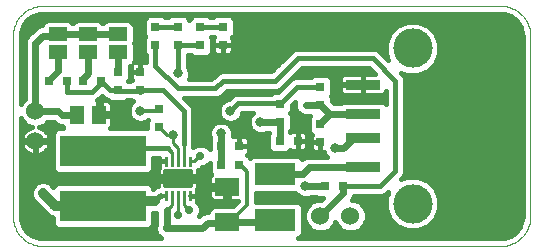
<source format=gtl>
G75*
G70*
%OFA0B0*%
%FSLAX24Y24*%
%IPPOS*%
%LPD*%
%AMOC8*
5,1,8,0,0,1.08239X$1,22.5*
%
%ADD10C,0.0000*%
%ADD11R,0.0512X0.0591*%
%ADD12R,0.0300X0.0300*%
%ADD13R,0.0787X0.0591*%
%ADD14C,0.0600*%
%ADD15C,0.1310*%
%ADD16R,0.1181X0.0354*%
%ADD17R,0.2874X0.1043*%
%ADD18R,0.1339X0.0748*%
%ADD19R,0.0630X0.0460*%
%ADD20C,0.0118*%
%ADD21C,0.0035*%
%ADD22C,0.0160*%
%ADD23C,0.0277*%
%ADD24C,0.0120*%
%ADD25C,0.0317*%
%ADD26C,0.0240*%
%ADD27C,0.0200*%
%ADD28C,0.0320*%
%ADD29C,0.0110*%
%ADD30C,0.0130*%
%ADD31C,0.0100*%
D10*
X001430Y000269D02*
X016680Y000269D01*
X016740Y000271D01*
X016801Y000276D01*
X016860Y000285D01*
X016919Y000298D01*
X016978Y000314D01*
X017035Y000334D01*
X017090Y000357D01*
X017145Y000384D01*
X017197Y000413D01*
X017248Y000446D01*
X017297Y000482D01*
X017343Y000520D01*
X017387Y000562D01*
X017429Y000606D01*
X017467Y000652D01*
X017503Y000701D01*
X017536Y000752D01*
X017565Y000804D01*
X017592Y000859D01*
X017615Y000914D01*
X017635Y000971D01*
X017651Y001030D01*
X017664Y001089D01*
X017673Y001148D01*
X017678Y001209D01*
X017680Y001269D01*
X017680Y007269D01*
X017678Y007329D01*
X017673Y007390D01*
X017664Y007449D01*
X017651Y007508D01*
X017635Y007567D01*
X017615Y007624D01*
X017592Y007679D01*
X017565Y007734D01*
X017536Y007786D01*
X017503Y007837D01*
X017467Y007886D01*
X017429Y007932D01*
X017387Y007976D01*
X017343Y008018D01*
X017297Y008056D01*
X017248Y008092D01*
X017197Y008125D01*
X017145Y008154D01*
X017090Y008181D01*
X017035Y008204D01*
X016978Y008224D01*
X016919Y008240D01*
X016860Y008253D01*
X016801Y008262D01*
X016740Y008267D01*
X016680Y008269D01*
X001430Y008269D01*
X001370Y008267D01*
X001309Y008262D01*
X001250Y008253D01*
X001191Y008240D01*
X001132Y008224D01*
X001075Y008204D01*
X001020Y008181D01*
X000965Y008154D01*
X000913Y008125D01*
X000862Y008092D01*
X000813Y008056D01*
X000767Y008018D01*
X000723Y007976D01*
X000681Y007932D01*
X000643Y007886D01*
X000607Y007837D01*
X000574Y007786D01*
X000545Y007734D01*
X000518Y007679D01*
X000495Y007624D01*
X000475Y007567D01*
X000459Y007508D01*
X000446Y007449D01*
X000437Y007390D01*
X000432Y007329D01*
X000430Y007269D01*
X000430Y001269D01*
X000432Y001209D01*
X000437Y001148D01*
X000446Y001089D01*
X000459Y001030D01*
X000475Y000971D01*
X000495Y000914D01*
X000518Y000859D01*
X000545Y000804D01*
X000574Y000752D01*
X000607Y000701D01*
X000643Y000652D01*
X000681Y000606D01*
X000723Y000562D01*
X000767Y000520D01*
X000813Y000482D01*
X000862Y000446D01*
X000913Y000413D01*
X000965Y000384D01*
X001020Y000357D01*
X001075Y000334D01*
X001132Y000314D01*
X001191Y000298D01*
X001250Y000285D01*
X001309Y000276D01*
X001370Y000271D01*
X001430Y000269D01*
D11*
X002556Y004644D03*
X003304Y004644D03*
D12*
X003930Y005469D03*
X003355Y005769D03*
X002755Y005769D03*
X002230Y005769D03*
X001630Y005769D03*
X003930Y006069D03*
X004680Y006069D03*
X004680Y005469D03*
X005305Y004819D03*
X005305Y004219D03*
X007380Y003613D03*
X007980Y003613D03*
X009318Y003769D03*
X009918Y003769D03*
X010680Y003719D03*
X010680Y004319D03*
X010680Y004969D03*
X010680Y005569D03*
X009336Y005006D03*
X009336Y004406D03*
X007974Y002956D03*
X007374Y002956D03*
X010818Y002269D03*
X011418Y002269D03*
X007430Y006969D03*
X006680Y006969D03*
X005930Y006969D03*
X005180Y006969D03*
X005180Y007569D03*
X005930Y007569D03*
X006680Y007569D03*
X007430Y007569D03*
D13*
X007555Y002234D03*
X007555Y001053D03*
D14*
X010680Y001269D03*
X011680Y001269D03*
X001180Y003769D03*
X001180Y004769D03*
D15*
X013749Y006854D03*
X013749Y001684D03*
D16*
X012091Y002891D03*
X012091Y003875D03*
X012091Y004662D03*
X012091Y005647D03*
D17*
X003430Y003434D03*
X003430Y001603D03*
D18*
X009180Y001126D03*
X009180Y002661D03*
D19*
X003930Y006719D03*
X002930Y006719D03*
X001930Y006719D03*
X001930Y007319D03*
X002930Y007319D03*
X003930Y007319D03*
D20*
X006363Y002755D02*
X006363Y002283D01*
X005497Y002283D01*
X005497Y002755D01*
X006363Y002755D01*
X006363Y002400D02*
X005497Y002400D01*
X005497Y002517D02*
X006363Y002517D01*
X006363Y002634D02*
X005497Y002634D01*
X005497Y002751D02*
X006363Y002751D01*
D21*
X006366Y002949D02*
X006366Y003249D01*
X006366Y002949D02*
X006282Y002949D01*
X006282Y003249D01*
X006366Y003249D01*
X006366Y002983D02*
X006282Y002983D01*
X006282Y003017D02*
X006366Y003017D01*
X006366Y003051D02*
X006282Y003051D01*
X006282Y003085D02*
X006366Y003085D01*
X006366Y003119D02*
X006282Y003119D01*
X006282Y003153D02*
X006366Y003153D01*
X006366Y003187D02*
X006282Y003187D01*
X006282Y003221D02*
X006366Y003221D01*
X006169Y003249D02*
X006169Y002949D01*
X006085Y002949D01*
X006085Y003249D01*
X006169Y003249D01*
X006169Y002983D02*
X006085Y002983D01*
X006085Y003017D02*
X006169Y003017D01*
X006169Y003051D02*
X006085Y003051D01*
X006085Y003085D02*
X006169Y003085D01*
X006169Y003119D02*
X006085Y003119D01*
X006085Y003153D02*
X006169Y003153D01*
X006169Y003187D02*
X006085Y003187D01*
X006085Y003221D02*
X006169Y003221D01*
X005972Y003249D02*
X005972Y002949D01*
X005888Y002949D01*
X005888Y003249D01*
X005972Y003249D01*
X005972Y002983D02*
X005888Y002983D01*
X005888Y003017D02*
X005972Y003017D01*
X005972Y003051D02*
X005888Y003051D01*
X005888Y003085D02*
X005972Y003085D01*
X005972Y003119D02*
X005888Y003119D01*
X005888Y003153D02*
X005972Y003153D01*
X005972Y003187D02*
X005888Y003187D01*
X005888Y003221D02*
X005972Y003221D01*
X005691Y003249D02*
X005691Y002949D01*
X005691Y003249D02*
X005775Y003249D01*
X005775Y002949D01*
X005691Y002949D01*
X005691Y002983D02*
X005775Y002983D01*
X005775Y003017D02*
X005691Y003017D01*
X005691Y003051D02*
X005775Y003051D01*
X005775Y003085D02*
X005691Y003085D01*
X005691Y003119D02*
X005775Y003119D01*
X005775Y003153D02*
X005691Y003153D01*
X005691Y003187D02*
X005775Y003187D01*
X005775Y003221D02*
X005691Y003221D01*
X005494Y003249D02*
X005494Y002949D01*
X005494Y003249D02*
X005578Y003249D01*
X005578Y002949D01*
X005494Y002949D01*
X005494Y002983D02*
X005578Y002983D01*
X005578Y003017D02*
X005494Y003017D01*
X005494Y003051D02*
X005578Y003051D01*
X005578Y003085D02*
X005494Y003085D01*
X005494Y003119D02*
X005578Y003119D01*
X005578Y003153D02*
X005494Y003153D01*
X005494Y003187D02*
X005578Y003187D01*
X005578Y003221D02*
X005494Y003221D01*
X005578Y002088D02*
X005578Y001788D01*
X005494Y001788D01*
X005494Y002088D01*
X005578Y002088D01*
X005578Y001822D02*
X005494Y001822D01*
X005494Y001856D02*
X005578Y001856D01*
X005578Y001890D02*
X005494Y001890D01*
X005494Y001924D02*
X005578Y001924D01*
X005578Y001958D02*
X005494Y001958D01*
X005494Y001992D02*
X005578Y001992D01*
X005578Y002026D02*
X005494Y002026D01*
X005494Y002060D02*
X005578Y002060D01*
X005775Y002088D02*
X005775Y001788D01*
X005691Y001788D01*
X005691Y002088D01*
X005775Y002088D01*
X005775Y001822D02*
X005691Y001822D01*
X005691Y001856D02*
X005775Y001856D01*
X005775Y001890D02*
X005691Y001890D01*
X005691Y001924D02*
X005775Y001924D01*
X005775Y001958D02*
X005691Y001958D01*
X005691Y001992D02*
X005775Y001992D01*
X005775Y002026D02*
X005691Y002026D01*
X005691Y002060D02*
X005775Y002060D01*
X005972Y002088D02*
X005972Y001788D01*
X005888Y001788D01*
X005888Y002088D01*
X005972Y002088D01*
X005972Y001822D02*
X005888Y001822D01*
X005888Y001856D02*
X005972Y001856D01*
X005972Y001890D02*
X005888Y001890D01*
X005888Y001924D02*
X005972Y001924D01*
X005972Y001958D02*
X005888Y001958D01*
X005888Y001992D02*
X005972Y001992D01*
X005972Y002026D02*
X005888Y002026D01*
X005888Y002060D02*
X005972Y002060D01*
X006169Y002088D02*
X006169Y001788D01*
X006085Y001788D01*
X006085Y002088D01*
X006169Y002088D01*
X006169Y001822D02*
X006085Y001822D01*
X006085Y001856D02*
X006169Y001856D01*
X006169Y001890D02*
X006085Y001890D01*
X006085Y001924D02*
X006169Y001924D01*
X006169Y001958D02*
X006085Y001958D01*
X006085Y001992D02*
X006169Y001992D01*
X006169Y002026D02*
X006085Y002026D01*
X006085Y002060D02*
X006169Y002060D01*
X006366Y002088D02*
X006366Y001788D01*
X006282Y001788D01*
X006282Y002088D01*
X006366Y002088D01*
X006366Y001822D02*
X006282Y001822D01*
X006282Y001856D02*
X006366Y001856D01*
X006366Y001890D02*
X006282Y001890D01*
X006282Y001924D02*
X006366Y001924D01*
X006366Y001958D02*
X006282Y001958D01*
X006282Y001992D02*
X006366Y001992D01*
X006366Y002026D02*
X006282Y002026D01*
X006282Y002060D02*
X006366Y002060D01*
D22*
X005296Y000586D02*
X001167Y000586D01*
X001094Y000609D02*
X000907Y000745D01*
X000771Y000933D01*
X000699Y001153D01*
X000690Y001269D01*
X000690Y004541D01*
X000722Y004463D01*
X000874Y004311D01*
X001059Y004234D01*
X000996Y004214D01*
X000928Y004179D01*
X000867Y004135D01*
X000814Y004081D01*
X000769Y004020D01*
X000735Y003953D01*
X000712Y003881D01*
X000700Y003807D01*
X000700Y003789D01*
X001160Y003789D01*
X001160Y003749D01*
X000700Y003749D01*
X000700Y003731D01*
X000712Y003656D01*
X000735Y003584D01*
X000769Y003517D01*
X000814Y003456D01*
X000867Y003403D01*
X000928Y003358D01*
X000996Y003324D01*
X001068Y003301D01*
X001142Y003289D01*
X001160Y003289D01*
X001160Y003749D01*
X001200Y003749D01*
X001200Y003789D01*
X001660Y003789D01*
X001660Y003807D01*
X001648Y003881D01*
X001625Y003953D01*
X001591Y004020D01*
X001546Y004081D01*
X001493Y004135D01*
X001432Y004179D01*
X001364Y004214D01*
X001301Y004234D01*
X001486Y004311D01*
X001584Y004409D01*
X001781Y004409D01*
X001851Y004339D01*
X001983Y004284D01*
X002067Y004284D01*
X002097Y004213D01*
X002113Y004196D01*
X001945Y004196D01*
X001857Y004159D01*
X001790Y004092D01*
X001753Y004003D01*
X001753Y002865D01*
X001790Y002777D01*
X001857Y002709D01*
X001945Y002672D01*
X004915Y002672D01*
X005003Y002709D01*
X005070Y002777D01*
X005107Y002865D01*
X005107Y003199D01*
X005297Y003199D01*
X005297Y003099D01*
X005297Y002924D01*
X005304Y002897D01*
X005285Y002868D01*
X005267Y002825D01*
X005258Y002779D01*
X005258Y002586D01*
X005862Y002586D01*
X005862Y002451D01*
X005258Y002451D01*
X005258Y002268D01*
X005157Y002226D01*
X005106Y002175D01*
X005070Y002261D01*
X005003Y002329D01*
X004915Y002365D01*
X001945Y002365D01*
X001857Y002329D01*
X001790Y002261D01*
X001779Y002235D01*
X001657Y002358D01*
X001510Y002419D01*
X001350Y002419D01*
X001203Y002358D01*
X001091Y002245D01*
X001030Y002098D01*
X001030Y001939D01*
X001091Y001792D01*
X001619Y001264D01*
X001753Y001209D01*
X001753Y001034D01*
X001790Y000946D01*
X001857Y000878D01*
X001945Y000842D01*
X004915Y000842D01*
X005003Y000878D01*
X005070Y000946D01*
X005107Y001034D01*
X005107Y001369D01*
X005195Y001369D01*
X005195Y000983D01*
X005176Y000938D01*
X005176Y000787D01*
X005234Y000648D01*
X005340Y000541D01*
X005371Y000529D01*
X001430Y000529D01*
X001314Y000538D01*
X001094Y000609D01*
X000908Y000744D02*
X005194Y000744D01*
X005176Y000903D02*
X005027Y000903D01*
X005107Y001061D02*
X005195Y001061D01*
X005195Y001220D02*
X005107Y001220D01*
X004430Y001769D02*
X003595Y001769D01*
X003430Y001603D01*
X001859Y002329D02*
X001685Y002329D01*
X001175Y002329D02*
X000690Y002329D01*
X000690Y002171D02*
X001060Y002171D01*
X001030Y002012D02*
X000690Y002012D01*
X000690Y001854D02*
X001065Y001854D01*
X001188Y001695D02*
X000690Y001695D01*
X000690Y001537D02*
X001346Y001537D01*
X001505Y001378D02*
X000690Y001378D01*
X000694Y001220D02*
X001726Y001220D01*
X001753Y001061D02*
X000729Y001061D01*
X000792Y000903D02*
X001833Y000903D01*
X005001Y002329D02*
X005258Y002329D01*
X005862Y002488D02*
X000690Y002488D01*
X000690Y002646D02*
X005258Y002646D01*
X005180Y002706D02*
X005149Y002675D01*
X005180Y002706D02*
X005180Y003019D01*
X005261Y003099D01*
X005297Y003099D02*
X005434Y003099D01*
X005434Y003099D01*
X005297Y003099D01*
X005297Y003122D02*
X005107Y003122D01*
X005107Y002963D02*
X005297Y002963D01*
X005263Y002805D02*
X005082Y002805D01*
X005998Y002586D02*
X005998Y002451D01*
X006602Y002451D01*
X006602Y002259D01*
X006593Y002213D01*
X006575Y002169D01*
X006556Y002140D01*
X006563Y002114D01*
X006563Y001938D01*
X006426Y001938D01*
X006426Y001938D01*
X006563Y001938D01*
X006563Y001762D01*
X006557Y001740D01*
X006626Y001671D01*
X006684Y001532D01*
X006684Y001381D01*
X006636Y001265D01*
X006726Y001355D01*
X006858Y001410D01*
X006927Y001410D01*
X006958Y001484D01*
X007025Y001552D01*
X007114Y001588D01*
X007763Y001588D01*
X007933Y001759D01*
X007623Y001759D01*
X007623Y002167D01*
X007487Y002167D01*
X006981Y002167D01*
X006981Y001915D01*
X006994Y001870D01*
X007017Y001828D01*
X007051Y001795D01*
X007092Y001771D01*
X007138Y001759D01*
X007487Y001759D01*
X007487Y002167D01*
X007487Y002302D01*
X006981Y002302D01*
X006981Y002553D01*
X006994Y002599D01*
X007017Y002640D01*
X007034Y002657D01*
X007020Y002670D01*
X006984Y002759D01*
X006984Y003037D01*
X006895Y002948D01*
X006755Y002890D01*
X006733Y002890D01*
X006683Y002841D01*
X006597Y002805D01*
X006602Y002779D01*
X006602Y002586D01*
X005998Y002586D01*
X005998Y002488D02*
X006981Y002488D01*
X006981Y002329D02*
X006602Y002329D01*
X006576Y002171D02*
X007487Y002171D01*
X007487Y002012D02*
X007623Y002012D01*
X007623Y001854D02*
X007487Y001854D01*
X007870Y001695D02*
X006602Y001695D01*
X006563Y001854D02*
X007003Y001854D01*
X006981Y002012D02*
X006563Y002012D01*
X006682Y001537D02*
X007010Y001537D01*
X006782Y001378D02*
X006683Y001378D01*
X008542Y001740D02*
X008542Y002047D01*
X009840Y002047D01*
X009842Y002043D01*
X009954Y001931D01*
X010101Y001870D01*
X010259Y001870D01*
X010352Y001909D01*
X010547Y001909D01*
X010620Y001879D01*
X010781Y001879D01*
X010711Y001809D01*
X010573Y001809D01*
X010374Y001727D01*
X010222Y001575D01*
X010140Y001376D01*
X010140Y001161D01*
X010222Y000963D01*
X010374Y000811D01*
X010573Y000729D01*
X010787Y000729D01*
X010986Y000811D01*
X011138Y000963D01*
X011180Y001065D01*
X011222Y000963D01*
X011374Y000811D01*
X011573Y000729D01*
X011787Y000729D01*
X011986Y000811D01*
X012138Y000963D01*
X012220Y001161D01*
X012220Y001376D01*
X012138Y001575D01*
X011986Y001727D01*
X011787Y001809D01*
X011729Y001809D01*
X011735Y001815D01*
X011790Y001947D01*
X011790Y001949D01*
X012744Y001949D01*
X012861Y001997D01*
X012945Y002081D01*
X012854Y001862D01*
X012854Y001506D01*
X012990Y001177D01*
X013242Y000925D01*
X013571Y000789D01*
X013927Y000789D01*
X014256Y000925D01*
X014508Y001177D01*
X014644Y001506D01*
X014644Y001862D01*
X014508Y002191D01*
X014256Y002442D01*
X013927Y002579D01*
X013571Y002579D01*
X013352Y002488D01*
X013451Y002587D01*
X013500Y002705D01*
X013500Y005832D01*
X013451Y005950D01*
X013361Y006040D01*
X013352Y006049D01*
X013571Y005959D01*
X013927Y005959D01*
X014256Y006095D01*
X014508Y006347D01*
X014644Y006676D01*
X014644Y007032D01*
X014508Y007361D01*
X014256Y007612D01*
X013927Y007749D01*
X013571Y007749D01*
X013242Y007612D01*
X012990Y007361D01*
X012854Y007032D01*
X012854Y006676D01*
X012945Y006457D01*
X012611Y006790D01*
X012494Y006839D01*
X009866Y006839D01*
X009749Y006790D01*
X009047Y006089D01*
X007366Y006089D01*
X007249Y006040D01*
X007159Y005950D01*
X007047Y005839D01*
X006287Y005839D01*
X006328Y005939D01*
X006328Y006098D01*
X006268Y006244D01*
X006250Y006262D01*
X006250Y006649D01*
X006361Y006649D01*
X006394Y006615D01*
X006482Y006579D01*
X006878Y006579D01*
X006966Y006615D01*
X007033Y006683D01*
X007070Y006771D01*
X007070Y007166D01*
X007036Y007249D01*
X007111Y007249D01*
X007134Y007226D01*
X007112Y007188D01*
X007100Y007142D01*
X007100Y006969D01*
X007430Y006969D01*
X007760Y006969D01*
X007760Y007142D01*
X007748Y007188D01*
X007726Y007226D01*
X007783Y007283D01*
X007820Y007371D01*
X007820Y007766D01*
X007783Y007855D01*
X007716Y007922D01*
X007628Y007959D01*
X007232Y007959D01*
X007144Y007922D01*
X007111Y007889D01*
X006999Y007889D01*
X006966Y007922D01*
X006878Y007959D01*
X006482Y007959D01*
X006394Y007922D01*
X006327Y007855D01*
X006305Y007803D01*
X006283Y007855D01*
X006216Y007922D01*
X006128Y007959D01*
X005732Y007959D01*
X005644Y007922D01*
X005611Y007889D01*
X005499Y007889D01*
X005466Y007922D01*
X005378Y007959D01*
X004982Y007959D01*
X004894Y007922D01*
X004827Y007855D01*
X004790Y007766D01*
X004790Y007371D01*
X004827Y007283D01*
X004841Y007269D01*
X004827Y007255D01*
X004790Y007166D01*
X004790Y006771D01*
X004827Y006683D01*
X004860Y006649D01*
X004860Y006397D01*
X004854Y006399D01*
X004680Y006399D01*
X004506Y006399D01*
X004463Y006387D01*
X004485Y006441D01*
X004485Y006996D01*
X004476Y007019D01*
X004485Y007041D01*
X004485Y007596D01*
X004448Y007685D01*
X004381Y007752D01*
X004293Y007789D01*
X003567Y007789D01*
X003479Y007752D01*
X003430Y007703D01*
X003381Y007752D01*
X003293Y007789D01*
X002567Y007789D01*
X002479Y007752D01*
X002430Y007703D01*
X002381Y007752D01*
X002293Y007789D01*
X001567Y007789D01*
X001479Y007752D01*
X001412Y007685D01*
X001388Y007629D01*
X001358Y007629D01*
X001226Y007574D01*
X000875Y007223D01*
X000820Y007090D01*
X000820Y005172D01*
X000722Y005075D01*
X000690Y004997D01*
X000690Y007269D01*
X000699Y007385D01*
X000771Y007605D01*
X000907Y007792D01*
X001094Y007928D01*
X001314Y008000D01*
X001430Y008009D01*
X016680Y008009D01*
X016796Y008000D01*
X017016Y007928D01*
X017203Y007792D01*
X017339Y007605D01*
X017411Y007385D01*
X017420Y007269D01*
X017420Y001269D01*
X017411Y001153D01*
X017339Y000933D01*
X017203Y000745D01*
X017016Y000609D01*
X016796Y000538D01*
X016680Y000529D01*
X009937Y000529D01*
X009985Y000549D01*
X010053Y000616D01*
X010089Y000704D01*
X010089Y001548D01*
X010053Y001636D01*
X009985Y001704D01*
X009897Y001740D01*
X008542Y001740D01*
X008542Y001854D02*
X010756Y001854D01*
X010343Y001695D02*
X009993Y001695D01*
X010089Y001537D02*
X010207Y001537D01*
X010141Y001378D02*
X010089Y001378D01*
X010089Y001220D02*
X010140Y001220D01*
X010181Y001061D02*
X010089Y001061D01*
X010089Y000903D02*
X010282Y000903D01*
X010089Y000744D02*
X010535Y000744D01*
X010825Y000744D02*
X011535Y000744D01*
X011825Y000744D02*
X017202Y000744D01*
X017318Y000903D02*
X014202Y000903D01*
X014392Y001061D02*
X017381Y001061D01*
X017416Y001220D02*
X014525Y001220D01*
X014591Y001378D02*
X017420Y001378D01*
X017420Y001537D02*
X014644Y001537D01*
X014644Y001695D02*
X017420Y001695D01*
X017420Y001854D02*
X014644Y001854D01*
X014582Y002012D02*
X017420Y002012D01*
X017420Y002171D02*
X014516Y002171D01*
X014369Y002329D02*
X017420Y002329D01*
X017420Y002488D02*
X014147Y002488D01*
X013476Y002646D02*
X017420Y002646D01*
X017420Y002805D02*
X013500Y002805D01*
X013500Y002963D02*
X017420Y002963D01*
X017420Y003122D02*
X013500Y003122D01*
X013500Y003280D02*
X017420Y003280D01*
X017420Y003439D02*
X013500Y003439D01*
X013500Y003597D02*
X017420Y003597D01*
X017420Y003756D02*
X013500Y003756D01*
X013500Y003914D02*
X017420Y003914D01*
X017420Y004073D02*
X013500Y004073D01*
X013500Y004231D02*
X017420Y004231D01*
X017420Y004390D02*
X013500Y004390D01*
X013500Y004548D02*
X017420Y004548D01*
X017420Y004707D02*
X013500Y004707D01*
X013500Y004865D02*
X017420Y004865D01*
X017420Y005024D02*
X013500Y005024D01*
X013500Y005182D02*
X017420Y005182D01*
X017420Y005341D02*
X013500Y005341D01*
X013500Y005499D02*
X017420Y005499D01*
X017420Y005658D02*
X013500Y005658D01*
X013500Y005816D02*
X017420Y005816D01*
X017420Y005975D02*
X013966Y005975D01*
X014294Y006133D02*
X017420Y006133D01*
X017420Y006292D02*
X014453Y006292D01*
X014551Y006450D02*
X017420Y006450D01*
X017420Y006609D02*
X014616Y006609D01*
X014644Y006767D02*
X017420Y006767D01*
X017420Y006926D02*
X014644Y006926D01*
X014622Y007084D02*
X017420Y007084D01*
X017420Y007243D02*
X014557Y007243D01*
X014467Y007401D02*
X017405Y007401D01*
X017354Y007560D02*
X014309Y007560D01*
X014001Y007718D02*
X017257Y007718D01*
X017087Y007877D02*
X007761Y007877D01*
X007820Y007718D02*
X013497Y007718D01*
X013189Y007560D02*
X007820Y007560D01*
X007820Y007401D02*
X013031Y007401D01*
X012941Y007243D02*
X007743Y007243D01*
X007760Y007084D02*
X012876Y007084D01*
X012854Y006926D02*
X007760Y006926D01*
X007760Y006969D02*
X007760Y006795D01*
X007748Y006749D01*
X007724Y006708D01*
X007691Y006675D01*
X007649Y006651D01*
X007604Y006639D01*
X007430Y006639D01*
X007430Y006969D01*
X007430Y006969D01*
X007430Y006969D01*
X007760Y006969D01*
X007753Y006767D02*
X009726Y006767D01*
X009567Y006609D02*
X006950Y006609D01*
X007136Y006708D02*
X007169Y006675D01*
X007211Y006651D01*
X007256Y006639D01*
X007430Y006639D01*
X007430Y006969D01*
X007100Y006969D01*
X007100Y006795D01*
X007112Y006749D01*
X007136Y006708D01*
X007107Y006767D02*
X007068Y006767D01*
X007070Y006926D02*
X007100Y006926D01*
X007100Y007084D02*
X007070Y007084D01*
X007038Y007243D02*
X007117Y007243D01*
X007430Y006969D02*
X007430Y006969D01*
X007430Y006926D02*
X007430Y006926D01*
X007430Y006767D02*
X007430Y006767D01*
X006680Y006969D02*
X005930Y006969D01*
X005930Y006019D01*
X006314Y006133D02*
X009092Y006133D01*
X009250Y006292D02*
X006250Y006292D01*
X006250Y006450D02*
X009409Y006450D01*
X009930Y006519D02*
X009180Y005769D01*
X007430Y005769D01*
X007180Y005519D01*
X005930Y005519D01*
X005180Y006269D01*
X005180Y006969D01*
X004790Y006926D02*
X004485Y006926D01*
X004485Y006767D02*
X004792Y006767D01*
X004860Y006609D02*
X004485Y006609D01*
X004485Y006450D02*
X004860Y006450D01*
X004680Y006399D02*
X004680Y006069D01*
X004680Y006399D01*
X004680Y006292D02*
X004680Y006292D01*
X004680Y006133D02*
X004680Y006133D01*
X004680Y006069D02*
X004680Y006069D01*
X004680Y006069D01*
X004350Y006069D01*
X004350Y006242D01*
X004359Y006276D01*
X004320Y006260D01*
X004320Y005871D01*
X004283Y005783D01*
X004271Y005770D01*
X004342Y005770D01*
X004384Y005812D01*
X004362Y005849D01*
X004350Y005895D01*
X004350Y006069D01*
X004680Y006069D01*
X004350Y006133D02*
X004320Y006133D01*
X004320Y005975D02*
X004350Y005975D01*
X004381Y005816D02*
X004297Y005816D01*
X004680Y005519D02*
X004680Y005469D01*
X004693Y005456D01*
X005430Y005456D01*
X006127Y004759D01*
X006127Y003653D01*
X006434Y003558D02*
X006447Y003589D01*
X006447Y004823D01*
X006398Y004941D01*
X006140Y005199D01*
X007244Y005199D01*
X007361Y005247D01*
X007563Y005449D01*
X009244Y005449D01*
X009361Y005497D01*
X010063Y006199D01*
X012297Y006199D01*
X012492Y006004D01*
X012099Y006004D01*
X012099Y005655D01*
X012082Y005655D01*
X012082Y005638D01*
X012099Y005638D01*
X012099Y005290D01*
X012705Y005290D01*
X012751Y005302D01*
X012792Y005326D01*
X012825Y005359D01*
X012849Y005400D01*
X012860Y005441D01*
X012860Y005000D01*
X012817Y005043D01*
X012729Y005080D01*
X011452Y005080D01*
X011364Y005043D01*
X011344Y005022D01*
X011135Y005022D01*
X011070Y005088D01*
X011070Y005166D01*
X011033Y005255D01*
X011019Y005269D01*
X011033Y005283D01*
X011070Y005371D01*
X011070Y005766D01*
X011033Y005855D01*
X010966Y005922D01*
X010878Y005959D01*
X010482Y005959D01*
X010394Y005922D01*
X010361Y005889D01*
X009823Y005889D01*
X009705Y005840D01*
X009261Y005396D01*
X009139Y005396D01*
X009050Y005360D01*
X009029Y005339D01*
X007866Y005339D01*
X007749Y005290D01*
X007659Y005200D01*
X007626Y005167D01*
X007601Y005167D01*
X007454Y005107D01*
X007342Y004994D01*
X007282Y004848D01*
X007282Y004689D01*
X007342Y004543D01*
X007454Y004431D01*
X007601Y004370D01*
X007759Y004370D01*
X007906Y004431D01*
X008018Y004543D01*
X008078Y004689D01*
X008078Y004699D01*
X008422Y004699D01*
X008342Y004619D01*
X008282Y004473D01*
X008282Y004314D01*
X008342Y004168D01*
X008454Y004056D01*
X008601Y003995D01*
X008759Y003995D01*
X008852Y004034D01*
X008955Y004034D01*
X008928Y003966D01*
X008928Y003571D01*
X008964Y003483D01*
X009032Y003415D01*
X009120Y003379D01*
X009515Y003379D01*
X009603Y003415D01*
X009661Y003473D01*
X009698Y003451D01*
X009744Y003439D01*
X009917Y003439D01*
X009918Y003439D01*
X010091Y003439D01*
X010137Y003451D01*
X010178Y003475D01*
X010212Y003508D01*
X010235Y003549D01*
X010247Y003595D01*
X010247Y003769D01*
X010247Y003942D01*
X010235Y003988D01*
X010212Y004029D01*
X010178Y004063D01*
X010137Y004086D01*
X010091Y004099D01*
X009918Y004099D01*
X009918Y003769D01*
X010247Y003769D01*
X009918Y003769D01*
X009918Y003769D01*
X009917Y003769D01*
X009917Y004099D01*
X009744Y004099D01*
X009698Y004086D01*
X009677Y004075D01*
X009677Y004108D01*
X009690Y004120D01*
X009726Y004209D01*
X009726Y004604D01*
X009690Y004692D01*
X009676Y004706D01*
X009690Y004720D01*
X009726Y004809D01*
X009726Y004956D01*
X009837Y005067D01*
X009826Y005040D01*
X009826Y004897D01*
X009881Y004765D01*
X009982Y004664D01*
X010115Y004609D01*
X010331Y004609D01*
X010327Y004605D01*
X010290Y004516D01*
X010290Y004121D01*
X010327Y004033D01*
X010384Y003976D01*
X010362Y003938D01*
X010350Y003892D01*
X010350Y003719D01*
X010680Y003719D01*
X010680Y003719D01*
X010350Y003719D01*
X010350Y003545D01*
X010362Y003499D01*
X010386Y003458D01*
X010419Y003425D01*
X010461Y003401D01*
X010506Y003389D01*
X010680Y003389D01*
X010803Y003389D01*
X010842Y003293D01*
X010884Y003251D01*
X010230Y003251D01*
X010098Y003196D01*
X010059Y003157D01*
X010053Y003171D01*
X009985Y003239D01*
X009897Y003275D01*
X008463Y003275D01*
X008375Y003239D01*
X008342Y003206D01*
X008327Y003242D01*
X008260Y003310D01*
X008240Y003318D01*
X008241Y003318D01*
X008274Y003352D01*
X008298Y003393D01*
X008310Y003439D01*
X008310Y003612D01*
X007980Y003612D01*
X007980Y003613D01*
X007980Y003942D01*
X007806Y003942D01*
X007769Y003933D01*
X007772Y003939D01*
X007772Y004098D01*
X007712Y004244D01*
X007599Y004357D01*
X007453Y004417D01*
X007295Y004417D01*
X007148Y004357D01*
X007036Y004244D01*
X006975Y004098D01*
X006975Y003939D01*
X007009Y003857D01*
X006990Y003810D01*
X006990Y003494D01*
X006895Y003590D01*
X006755Y003647D01*
X006605Y003647D01*
X006465Y003590D01*
X006434Y003558D01*
X006447Y003597D02*
X006483Y003597D01*
X006447Y003756D02*
X006990Y003756D01*
X006986Y003914D02*
X006447Y003914D01*
X006447Y004073D02*
X006975Y004073D01*
X007031Y004231D02*
X006447Y004231D01*
X006447Y004390D02*
X007228Y004390D01*
X007519Y004390D02*
X007554Y004390D01*
X007717Y004231D02*
X008316Y004231D01*
X008282Y004390D02*
X007806Y004390D01*
X008020Y004548D02*
X008313Y004548D01*
X007930Y005019D02*
X007680Y004769D01*
X007289Y004865D02*
X006429Y004865D01*
X006447Y004707D02*
X007282Y004707D01*
X007340Y004548D02*
X006447Y004548D01*
X006315Y005024D02*
X007372Y005024D01*
X007641Y005182D02*
X006157Y005182D01*
X007455Y005341D02*
X009031Y005341D01*
X009363Y005499D02*
X009364Y005499D01*
X009522Y005658D02*
X009523Y005658D01*
X009680Y005816D02*
X009681Y005816D01*
X009839Y005975D02*
X011401Y005975D01*
X011390Y005968D02*
X011356Y005934D01*
X011332Y005893D01*
X011320Y005848D01*
X011320Y005655D01*
X012082Y005655D01*
X012082Y006004D01*
X011476Y006004D01*
X011431Y005992D01*
X011390Y005968D01*
X011320Y005816D02*
X011049Y005816D01*
X011070Y005658D02*
X011320Y005658D01*
X011320Y005638D02*
X011320Y005446D01*
X011332Y005400D01*
X011356Y005359D01*
X011390Y005326D01*
X011431Y005302D01*
X011476Y005290D01*
X012082Y005290D01*
X012082Y005638D01*
X011320Y005638D01*
X011320Y005499D02*
X011070Y005499D01*
X011057Y005341D02*
X011374Y005341D01*
X011063Y005182D02*
X012860Y005182D01*
X012860Y005024D02*
X012836Y005024D01*
X012860Y005341D02*
X012807Y005341D01*
X012099Y005341D02*
X012082Y005341D01*
X012082Y005499D02*
X012099Y005499D01*
X012082Y005658D02*
X012099Y005658D01*
X012082Y005816D02*
X012099Y005816D01*
X012082Y005975D02*
X012099Y005975D01*
X012363Y006133D02*
X009997Y006133D01*
X009930Y006519D02*
X012430Y006519D01*
X013180Y005769D01*
X013180Y002769D01*
X012680Y002269D01*
X011418Y002269D01*
X011430Y002256D01*
X011751Y001854D02*
X012854Y001854D01*
X012854Y001695D02*
X012017Y001695D01*
X012153Y001537D02*
X012854Y001537D01*
X012907Y001378D02*
X012219Y001378D01*
X012220Y001220D02*
X012972Y001220D01*
X013106Y001061D02*
X012179Y001061D01*
X012078Y000903D02*
X013296Y000903D01*
X011282Y000903D02*
X011078Y000903D01*
X011179Y001061D02*
X011181Y001061D01*
X010022Y000586D02*
X016943Y000586D01*
X012916Y002012D02*
X012876Y002012D01*
X010855Y003280D02*
X008289Y003280D01*
X008310Y003439D02*
X009008Y003439D01*
X008928Y003597D02*
X008310Y003597D01*
X008310Y003613D02*
X008310Y003786D01*
X008298Y003832D01*
X008274Y003873D01*
X008241Y003907D01*
X008199Y003930D01*
X008154Y003942D01*
X007980Y003942D01*
X007980Y003613D01*
X007980Y003613D01*
X008310Y003613D01*
X008310Y003756D02*
X008928Y003756D01*
X008928Y003914D02*
X008227Y003914D01*
X007980Y003914D02*
X007980Y003914D01*
X007980Y003756D02*
X007980Y003756D01*
X007772Y004073D02*
X008438Y004073D01*
X009274Y004425D02*
X009336Y004406D01*
X009324Y004394D01*
X009318Y004406D02*
X009274Y004425D01*
X009726Y004390D02*
X010290Y004390D01*
X010290Y004231D02*
X009726Y004231D01*
X009917Y004073D02*
X009918Y004073D01*
X010161Y004073D02*
X010310Y004073D01*
X010356Y003914D02*
X010247Y003914D01*
X009918Y003914D02*
X009917Y003914D01*
X009918Y003769D02*
X009918Y003439D01*
X009917Y003439D02*
X009917Y003769D01*
X009918Y003769D01*
X009917Y003756D02*
X009918Y003756D01*
X010247Y003756D02*
X010350Y003756D01*
X010350Y003597D02*
X010247Y003597D01*
X009918Y003597D02*
X009917Y003597D01*
X009744Y003439D02*
X009627Y003439D01*
X010091Y003439D02*
X010405Y003439D01*
X010680Y003439D02*
X010680Y003439D01*
X010680Y003389D02*
X010680Y003719D01*
X010680Y003719D01*
X010680Y003389D01*
X010680Y003597D02*
X010680Y003597D01*
X011786Y003875D02*
X012091Y003875D01*
X010680Y004319D02*
X010680Y004356D01*
X010303Y004548D02*
X009726Y004548D01*
X009676Y004707D02*
X009939Y004707D01*
X009839Y004865D02*
X009726Y004865D01*
X009794Y005024D02*
X009826Y005024D01*
X009368Y005050D02*
X009336Y005006D01*
X009324Y005019D01*
X007930Y005019D01*
X007659Y005200D02*
X007659Y005200D01*
X007183Y005975D02*
X006328Y005975D01*
X006250Y006609D02*
X006410Y006609D01*
X004790Y007084D02*
X004485Y007084D01*
X004485Y007243D02*
X004822Y007243D01*
X004790Y007401D02*
X004485Y007401D01*
X004485Y007560D02*
X004790Y007560D01*
X004790Y007718D02*
X004415Y007718D01*
X004849Y007877D02*
X001023Y007877D01*
X000853Y007718D02*
X001445Y007718D01*
X001212Y007560D02*
X000756Y007560D01*
X000705Y007401D02*
X001053Y007401D01*
X000895Y007243D02*
X000690Y007243D01*
X000690Y007084D02*
X000820Y007084D01*
X000820Y006926D02*
X000690Y006926D01*
X000690Y006767D02*
X000820Y006767D01*
X000820Y006609D02*
X000690Y006609D01*
X000690Y006450D02*
X000820Y006450D01*
X000820Y006292D02*
X000690Y006292D01*
X000690Y006133D02*
X000820Y006133D01*
X000820Y005975D02*
X000690Y005975D01*
X000690Y005816D02*
X000820Y005816D01*
X000820Y005658D02*
X000690Y005658D01*
X000690Y005499D02*
X000820Y005499D01*
X000820Y005341D02*
X000690Y005341D01*
X000690Y005182D02*
X000820Y005182D01*
X000701Y005024D02*
X000690Y005024D01*
X000690Y004390D02*
X000795Y004390D01*
X000690Y004231D02*
X001050Y004231D01*
X001310Y004231D02*
X002089Y004231D01*
X001800Y004390D02*
X001565Y004390D01*
X001552Y004073D02*
X001782Y004073D01*
X001753Y003914D02*
X001637Y003914D01*
X001660Y003749D02*
X001200Y003749D01*
X001200Y003289D01*
X001218Y003289D01*
X001292Y003301D01*
X001364Y003324D01*
X001432Y003358D01*
X001493Y003403D01*
X001546Y003456D01*
X001591Y003517D01*
X001625Y003584D01*
X001648Y003656D01*
X001660Y003731D01*
X001660Y003749D01*
X001753Y003756D02*
X001200Y003756D01*
X001160Y003756D02*
X000690Y003756D01*
X000690Y003914D02*
X000723Y003914D01*
X000690Y004073D02*
X000808Y004073D01*
X000731Y003597D02*
X000690Y003597D01*
X000690Y003439D02*
X000831Y003439D01*
X000690Y003280D02*
X001753Y003280D01*
X001753Y003122D02*
X000690Y003122D01*
X000690Y002963D02*
X001753Y002963D01*
X001778Y002805D02*
X000690Y002805D01*
X001160Y003439D02*
X001200Y003439D01*
X001200Y003597D02*
X001160Y003597D01*
X001529Y003439D02*
X001753Y003439D01*
X001753Y003597D02*
X001629Y003597D01*
X003180Y003519D02*
X003345Y003519D01*
X003430Y003434D01*
X003211Y003488D02*
X003180Y003519D01*
X003211Y003488D02*
X004399Y003488D01*
X004430Y003519D02*
X005586Y003519D01*
X006877Y003597D02*
X006990Y003597D01*
X006984Y002963D02*
X006910Y002963D01*
X006984Y002805D02*
X006597Y002805D01*
X006602Y002646D02*
X007023Y002646D01*
X008542Y002012D02*
X009873Y002012D01*
X004915Y004196D02*
X004915Y004196D01*
X004915Y004416D01*
X004932Y004457D01*
X004906Y004431D01*
X004759Y004370D01*
X004601Y004370D01*
X004454Y004431D01*
X004342Y004543D01*
X004282Y004689D01*
X004282Y004848D01*
X004342Y004994D01*
X004443Y005095D01*
X004394Y005115D01*
X004379Y005130D01*
X004231Y005130D01*
X004216Y005115D01*
X004128Y005079D01*
X003732Y005079D01*
X003644Y005115D01*
X003611Y005149D01*
X003591Y005149D01*
X003474Y005197D01*
X003393Y005279D01*
X003326Y005212D01*
X003236Y005122D01*
X003228Y005119D01*
X003256Y005119D01*
X003256Y004692D01*
X003352Y004692D01*
X003352Y005119D01*
X003584Y005119D01*
X003629Y005107D01*
X003670Y005083D01*
X003704Y005050D01*
X003728Y005009D01*
X003740Y004963D01*
X003740Y004692D01*
X003352Y004692D01*
X003352Y004596D01*
X003740Y004596D01*
X003740Y004325D01*
X003728Y004279D01*
X003704Y004238D01*
X003670Y004204D01*
X003655Y004196D01*
X004915Y004196D01*
X004915Y004231D02*
X003697Y004231D01*
X003740Y004390D02*
X004554Y004390D01*
X004806Y004390D02*
X004915Y004390D01*
X004340Y004548D02*
X003740Y004548D01*
X003740Y004707D02*
X004282Y004707D01*
X004289Y004865D02*
X003740Y004865D01*
X003719Y005024D02*
X004372Y005024D01*
X003510Y005182D02*
X003296Y005182D01*
X003256Y005024D02*
X003352Y005024D01*
X003352Y004865D02*
X003256Y004865D01*
X003256Y004707D02*
X003352Y004707D01*
X003055Y005394D02*
X002230Y005394D01*
X002230Y005769D01*
X003055Y005394D02*
X003355Y005694D01*
X003355Y005769D02*
X003655Y005469D01*
X003930Y005469D01*
X003949Y005450D01*
X004661Y005450D01*
X005180Y007569D02*
X005930Y007569D01*
X006261Y007877D02*
X006349Y007877D01*
X006680Y007569D02*
X007430Y007569D01*
X003445Y007718D02*
X003415Y007718D01*
X002445Y007718D02*
X002415Y007718D01*
X009368Y005050D02*
X009886Y005569D01*
X010680Y005569D01*
X011134Y005024D02*
X011345Y005024D01*
X013427Y005975D02*
X013532Y005975D01*
X012882Y006609D02*
X012793Y006609D01*
X012854Y006767D02*
X012634Y006767D01*
D23*
X006805Y003769D03*
X006680Y003269D03*
X006711Y002675D03*
X006711Y002363D03*
X005149Y002363D03*
X005149Y002675D03*
X005180Y001769D03*
X005930Y001300D03*
X006305Y001456D03*
X005555Y000863D03*
X001430Y002019D03*
X003930Y004519D03*
D24*
X004680Y004769D02*
X005255Y004769D01*
X005305Y004819D01*
X007380Y003613D02*
X007374Y003525D01*
X007374Y003513D02*
X007380Y003613D01*
X007430Y003569D01*
X007993Y003000D02*
X007974Y002956D01*
X007993Y003000D02*
X008055Y002925D01*
X008243Y002738D01*
X008243Y001644D01*
X007652Y001053D01*
X007555Y001053D01*
X006599Y001938D02*
X006324Y001938D01*
X006599Y001938D02*
X006680Y002019D01*
X006680Y002331D01*
X006711Y002363D01*
X005536Y001938D02*
X005349Y001938D01*
X005261Y003099D02*
X005536Y003099D01*
X005733Y003372D02*
X005586Y003519D01*
D25*
X005774Y003956D03*
X007374Y004019D03*
X008680Y004394D03*
X007680Y004769D03*
X006680Y006019D03*
X005930Y006019D03*
X004680Y006519D03*
X004680Y004769D03*
X010180Y002269D03*
X011180Y003519D03*
D26*
X011430Y003519D01*
X011786Y003875D01*
X010986Y004662D02*
X010680Y004356D01*
X010986Y004662D02*
X010680Y004969D01*
X010186Y004969D01*
X010986Y004662D02*
X012091Y004662D01*
X009324Y004394D02*
X008680Y004394D01*
X009318Y004406D02*
X009318Y003769D01*
X010302Y002891D02*
X010086Y002675D01*
X009194Y002675D01*
X009180Y002661D01*
X010180Y002269D02*
X010818Y002269D01*
X011430Y002256D02*
X011430Y002019D01*
X010680Y001269D01*
X009180Y001126D02*
X009107Y001053D01*
X007555Y001053D01*
X007552Y001050D01*
X006930Y001050D01*
X006743Y000863D01*
X005555Y000863D01*
X005555Y001456D01*
X007374Y002956D02*
X007374Y003513D01*
X007374Y003525D02*
X007374Y004019D01*
X010302Y002891D02*
X011677Y002891D01*
X004680Y005469D02*
X004661Y005450D01*
X003930Y006069D02*
X003930Y006719D01*
X002930Y006719D02*
X002930Y006019D01*
X002755Y005844D01*
X002755Y005769D01*
X003355Y005769D02*
X003355Y005694D01*
X001930Y006113D02*
X001930Y006719D01*
X001430Y007269D02*
X001180Y007019D01*
X001180Y004769D01*
X001930Y004769D01*
X002055Y004644D01*
X002556Y004644D01*
X002443Y004769D01*
X001630Y005769D02*
X001630Y005813D01*
X001930Y006113D01*
X001961Y007269D02*
X002024Y007331D01*
X002918Y007331D01*
X002930Y007319D01*
X003930Y007319D01*
X002024Y007331D02*
X002024Y007300D01*
X001961Y007269D02*
X001880Y007269D01*
X001430Y007269D01*
X001880Y007269D02*
X001930Y007319D01*
D27*
X005349Y001938D02*
X005180Y001769D01*
D28*
X004430Y001769D01*
X003430Y001603D02*
X001845Y001603D01*
X001430Y002019D01*
X009180Y002661D02*
X009198Y002644D01*
X011677Y002891D02*
X012091Y002891D01*
D29*
X006511Y003099D02*
X006324Y003099D01*
D30*
X006511Y003099D02*
X006680Y003269D01*
D31*
X006127Y003099D02*
X006127Y003653D01*
X005930Y003550D02*
X005774Y003706D01*
X005774Y003956D01*
X005568Y003956D01*
X005305Y004219D01*
X005930Y003550D02*
X005930Y003099D01*
X005733Y003099D02*
X005733Y003372D01*
X004430Y003519D02*
X004399Y003488D01*
X005733Y001938D02*
X005733Y001634D01*
X005555Y001456D01*
X005930Y001300D02*
X005930Y001938D01*
X006127Y001938D02*
X006127Y001634D01*
X006305Y001456D01*
M02*

</source>
